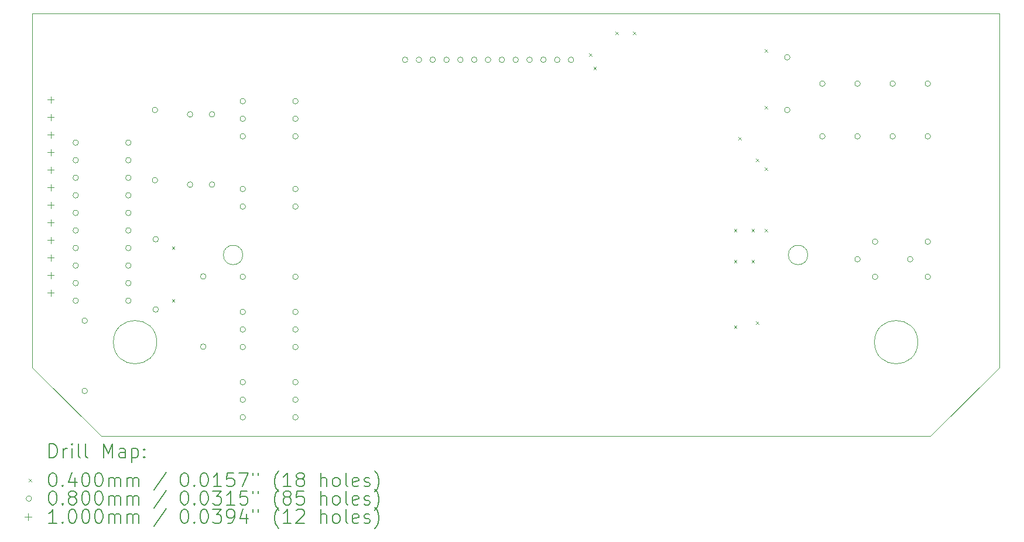
<source format=gbr>
%FSLAX45Y45*%
G04 Gerber Fmt 4.5, Leading zero omitted, Abs format (unit mm)*
G04 Created by KiCad (PCBNEW (6.0.0)) date 2022-03-13 17:55:17*
%MOMM*%
%LPD*%
G01*
G04 APERTURE LIST*
%TA.AperFunction,Profile*%
%ADD10C,0.100000*%
%TD*%
%ADD11C,0.200000*%
%ADD12C,0.040000*%
%ADD13C,0.080000*%
%ADD14C,0.100000*%
G04 APERTURE END LIST*
D10*
X22294500Y-6702500D02*
X22294500Y-11823500D01*
X8307500Y-6702500D02*
X22294500Y-6702500D01*
X11356500Y-10197000D02*
G75*
G03*
X11356500Y-10197000I-140500J0D01*
G01*
X21117500Y-11458000D02*
G75*
G03*
X21117500Y-11458000I-313500J0D01*
G01*
X21294500Y-12812500D02*
X22294500Y-11823500D01*
X21294500Y-12812500D02*
X9305720Y-12812500D01*
X8307500Y-11823500D02*
X9305720Y-12812500D01*
X19526500Y-10197000D02*
G75*
G03*
X19526500Y-10197000I-140500J0D01*
G01*
X10111500Y-11458000D02*
G75*
G03*
X10111500Y-11458000I-313500J0D01*
G01*
X8307500Y-11823500D02*
X8307500Y-6702500D01*
D11*
D12*
X10329940Y-10837940D02*
X10369940Y-10877940D01*
X10369940Y-10837940D02*
X10329940Y-10877940D01*
X10330500Y-10076500D02*
X10370500Y-10116500D01*
X10370500Y-10076500D02*
X10330500Y-10116500D01*
X16363000Y-7282500D02*
X16403000Y-7322500D01*
X16403000Y-7282500D02*
X16363000Y-7322500D01*
X16426500Y-7473000D02*
X16466500Y-7513000D01*
X16466500Y-7473000D02*
X16426500Y-7513000D01*
X16744000Y-6965000D02*
X16784000Y-7005000D01*
X16784000Y-6965000D02*
X16744000Y-7005000D01*
X16998000Y-6965000D02*
X17038000Y-7005000D01*
X17038000Y-6965000D02*
X16998000Y-7005000D01*
X18458500Y-9822500D02*
X18498500Y-9862500D01*
X18498500Y-9822500D02*
X18458500Y-9862500D01*
X18458500Y-10267000D02*
X18498500Y-10307000D01*
X18498500Y-10267000D02*
X18458500Y-10307000D01*
X18458500Y-11219500D02*
X18498500Y-11259500D01*
X18498500Y-11219500D02*
X18458500Y-11259500D01*
X18522000Y-8489000D02*
X18562000Y-8529000D01*
X18562000Y-8489000D02*
X18522000Y-8529000D01*
X18712500Y-9822500D02*
X18752500Y-9862500D01*
X18752500Y-9822500D02*
X18712500Y-9862500D01*
X18712500Y-10267000D02*
X18752500Y-10307000D01*
X18752500Y-10267000D02*
X18712500Y-10307000D01*
X18776000Y-8806500D02*
X18816000Y-8846500D01*
X18816000Y-8806500D02*
X18776000Y-8846500D01*
X18776000Y-11156000D02*
X18816000Y-11196000D01*
X18816000Y-11156000D02*
X18776000Y-11196000D01*
X18903000Y-7219000D02*
X18943000Y-7259000D01*
X18943000Y-7219000D02*
X18903000Y-7259000D01*
X18903000Y-8044500D02*
X18943000Y-8084500D01*
X18943000Y-8044500D02*
X18903000Y-8084500D01*
X18903000Y-8933500D02*
X18943000Y-8973500D01*
X18943000Y-8933500D02*
X18903000Y-8973500D01*
X18903000Y-9822500D02*
X18943000Y-9862500D01*
X18943000Y-9822500D02*
X18903000Y-9862500D01*
D13*
X8979960Y-8571940D02*
G75*
G03*
X8979960Y-8571940I-40000J0D01*
G01*
X8979960Y-8825940D02*
G75*
G03*
X8979960Y-8825940I-40000J0D01*
G01*
X8979960Y-9079940D02*
G75*
G03*
X8979960Y-9079940I-40000J0D01*
G01*
X8979960Y-9333940D02*
G75*
G03*
X8979960Y-9333940I-40000J0D01*
G01*
X8979960Y-9587940D02*
G75*
G03*
X8979960Y-9587940I-40000J0D01*
G01*
X8979960Y-9841940D02*
G75*
G03*
X8979960Y-9841940I-40000J0D01*
G01*
X8979960Y-10095940D02*
G75*
G03*
X8979960Y-10095940I-40000J0D01*
G01*
X8979960Y-10349940D02*
G75*
G03*
X8979960Y-10349940I-40000J0D01*
G01*
X8979960Y-10603940D02*
G75*
G03*
X8979960Y-10603940I-40000J0D01*
G01*
X8979960Y-10857940D02*
G75*
G03*
X8979960Y-10857940I-40000J0D01*
G01*
X9109500Y-11147500D02*
G75*
G03*
X9109500Y-11147500I-40000J0D01*
G01*
X9109500Y-12163500D02*
G75*
G03*
X9109500Y-12163500I-40000J0D01*
G01*
X9741960Y-8571940D02*
G75*
G03*
X9741960Y-8571940I-40000J0D01*
G01*
X9741960Y-8825940D02*
G75*
G03*
X9741960Y-8825940I-40000J0D01*
G01*
X9741960Y-9079940D02*
G75*
G03*
X9741960Y-9079940I-40000J0D01*
G01*
X9741960Y-9333940D02*
G75*
G03*
X9741960Y-9333940I-40000J0D01*
G01*
X9741960Y-9587940D02*
G75*
G03*
X9741960Y-9587940I-40000J0D01*
G01*
X9741960Y-9841940D02*
G75*
G03*
X9741960Y-9841940I-40000J0D01*
G01*
X9741960Y-10095940D02*
G75*
G03*
X9741960Y-10095940I-40000J0D01*
G01*
X9741960Y-10349940D02*
G75*
G03*
X9741960Y-10349940I-40000J0D01*
G01*
X9741960Y-10603940D02*
G75*
G03*
X9741960Y-10603940I-40000J0D01*
G01*
X9741960Y-10857940D02*
G75*
G03*
X9741960Y-10857940I-40000J0D01*
G01*
X10125500Y-8099500D02*
G75*
G03*
X10125500Y-8099500I-40000J0D01*
G01*
X10125500Y-9115500D02*
G75*
G03*
X10125500Y-9115500I-40000J0D01*
G01*
X10136500Y-9969500D02*
G75*
G03*
X10136500Y-9969500I-40000J0D01*
G01*
X10136500Y-10985500D02*
G75*
G03*
X10136500Y-10985500I-40000J0D01*
G01*
X10633500Y-8163000D02*
G75*
G03*
X10633500Y-8163000I-40000J0D01*
G01*
X10633500Y-9179000D02*
G75*
G03*
X10633500Y-9179000I-40000J0D01*
G01*
X10824000Y-10507120D02*
G75*
G03*
X10824000Y-10507120I-40000J0D01*
G01*
X10824000Y-11523120D02*
G75*
G03*
X10824000Y-11523120I-40000J0D01*
G01*
X10951000Y-8163000D02*
G75*
G03*
X10951000Y-8163000I-40000J0D01*
G01*
X10951000Y-9179000D02*
G75*
G03*
X10951000Y-9179000I-40000J0D01*
G01*
X11395500Y-7972500D02*
G75*
G03*
X11395500Y-7972500I-40000J0D01*
G01*
X11395500Y-8226500D02*
G75*
G03*
X11395500Y-8226500I-40000J0D01*
G01*
X11395500Y-8480500D02*
G75*
G03*
X11395500Y-8480500I-40000J0D01*
G01*
X11395500Y-9242500D02*
G75*
G03*
X11395500Y-9242500I-40000J0D01*
G01*
X11395500Y-9496500D02*
G75*
G03*
X11395500Y-9496500I-40000J0D01*
G01*
X11395500Y-10512500D02*
G75*
G03*
X11395500Y-10512500I-40000J0D01*
G01*
X11395500Y-11020500D02*
G75*
G03*
X11395500Y-11020500I-40000J0D01*
G01*
X11395500Y-11274500D02*
G75*
G03*
X11395500Y-11274500I-40000J0D01*
G01*
X11395500Y-11528500D02*
G75*
G03*
X11395500Y-11528500I-40000J0D01*
G01*
X11395500Y-12036500D02*
G75*
G03*
X11395500Y-12036500I-40000J0D01*
G01*
X11395500Y-12290500D02*
G75*
G03*
X11395500Y-12290500I-40000J0D01*
G01*
X11395500Y-12544500D02*
G75*
G03*
X11395500Y-12544500I-40000J0D01*
G01*
X12157500Y-7972500D02*
G75*
G03*
X12157500Y-7972500I-40000J0D01*
G01*
X12157500Y-8226500D02*
G75*
G03*
X12157500Y-8226500I-40000J0D01*
G01*
X12157500Y-8480500D02*
G75*
G03*
X12157500Y-8480500I-40000J0D01*
G01*
X12157500Y-9242500D02*
G75*
G03*
X12157500Y-9242500I-40000J0D01*
G01*
X12157500Y-9496500D02*
G75*
G03*
X12157500Y-9496500I-40000J0D01*
G01*
X12157500Y-10512500D02*
G75*
G03*
X12157500Y-10512500I-40000J0D01*
G01*
X12157500Y-11020500D02*
G75*
G03*
X12157500Y-11020500I-40000J0D01*
G01*
X12157500Y-11274500D02*
G75*
G03*
X12157500Y-11274500I-40000J0D01*
G01*
X12157500Y-11528500D02*
G75*
G03*
X12157500Y-11528500I-40000J0D01*
G01*
X12157500Y-12036500D02*
G75*
G03*
X12157500Y-12036500I-40000J0D01*
G01*
X12157500Y-12290500D02*
G75*
G03*
X12157500Y-12290500I-40000J0D01*
G01*
X12157500Y-12544500D02*
G75*
G03*
X12157500Y-12544500I-40000J0D01*
G01*
X13742500Y-7373500D02*
G75*
G03*
X13742500Y-7373500I-40000J0D01*
G01*
X13942500Y-7373500D02*
G75*
G03*
X13942500Y-7373500I-40000J0D01*
G01*
X14142500Y-7373500D02*
G75*
G03*
X14142500Y-7373500I-40000J0D01*
G01*
X14342500Y-7373500D02*
G75*
G03*
X14342500Y-7373500I-40000J0D01*
G01*
X14542500Y-7373500D02*
G75*
G03*
X14542500Y-7373500I-40000J0D01*
G01*
X14742500Y-7373500D02*
G75*
G03*
X14742500Y-7373500I-40000J0D01*
G01*
X14942500Y-7373500D02*
G75*
G03*
X14942500Y-7373500I-40000J0D01*
G01*
X15142500Y-7373500D02*
G75*
G03*
X15142500Y-7373500I-40000J0D01*
G01*
X15342500Y-7373500D02*
G75*
G03*
X15342500Y-7373500I-40000J0D01*
G01*
X15542500Y-7373500D02*
G75*
G03*
X15542500Y-7373500I-40000J0D01*
G01*
X15742500Y-7373500D02*
G75*
G03*
X15742500Y-7373500I-40000J0D01*
G01*
X15942500Y-7373500D02*
G75*
G03*
X15942500Y-7373500I-40000J0D01*
G01*
X16142500Y-7373500D02*
G75*
G03*
X16142500Y-7373500I-40000J0D01*
G01*
X19269500Y-7337500D02*
G75*
G03*
X19269500Y-7337500I-40000J0D01*
G01*
X19269500Y-8099500D02*
G75*
G03*
X19269500Y-8099500I-40000J0D01*
G01*
X19777500Y-7718500D02*
G75*
G03*
X19777500Y-7718500I-40000J0D01*
G01*
X19777500Y-8480500D02*
G75*
G03*
X19777500Y-8480500I-40000J0D01*
G01*
X20285500Y-7718500D02*
G75*
G03*
X20285500Y-7718500I-40000J0D01*
G01*
X20285500Y-8480500D02*
G75*
G03*
X20285500Y-8480500I-40000J0D01*
G01*
X20285500Y-10258500D02*
G75*
G03*
X20285500Y-10258500I-40000J0D01*
G01*
X20539500Y-10004500D02*
G75*
G03*
X20539500Y-10004500I-40000J0D01*
G01*
X20539500Y-10512500D02*
G75*
G03*
X20539500Y-10512500I-40000J0D01*
G01*
X20793500Y-7718500D02*
G75*
G03*
X20793500Y-7718500I-40000J0D01*
G01*
X20793500Y-8480500D02*
G75*
G03*
X20793500Y-8480500I-40000J0D01*
G01*
X21047500Y-10258500D02*
G75*
G03*
X21047500Y-10258500I-40000J0D01*
G01*
X21301500Y-7718500D02*
G75*
G03*
X21301500Y-7718500I-40000J0D01*
G01*
X21301500Y-8480500D02*
G75*
G03*
X21301500Y-8480500I-40000J0D01*
G01*
X21301500Y-10004500D02*
G75*
G03*
X21301500Y-10004500I-40000J0D01*
G01*
X21301500Y-10512500D02*
G75*
G03*
X21301500Y-10512500I-40000J0D01*
G01*
D14*
X8577500Y-7901500D02*
X8577500Y-8001500D01*
X8527500Y-7951500D02*
X8627500Y-7951500D01*
X8577500Y-8155500D02*
X8577500Y-8255500D01*
X8527500Y-8205500D02*
X8627500Y-8205500D01*
X8577500Y-8409500D02*
X8577500Y-8509500D01*
X8527500Y-8459500D02*
X8627500Y-8459500D01*
X8577500Y-8663500D02*
X8577500Y-8763500D01*
X8527500Y-8713500D02*
X8627500Y-8713500D01*
X8577500Y-8917500D02*
X8577500Y-9017500D01*
X8527500Y-8967500D02*
X8627500Y-8967500D01*
X8577500Y-9171500D02*
X8577500Y-9271500D01*
X8527500Y-9221500D02*
X8627500Y-9221500D01*
X8577500Y-9425500D02*
X8577500Y-9525500D01*
X8527500Y-9475500D02*
X8627500Y-9475500D01*
X8577500Y-9679500D02*
X8577500Y-9779500D01*
X8527500Y-9729500D02*
X8627500Y-9729500D01*
X8577500Y-9933500D02*
X8577500Y-10033500D01*
X8527500Y-9983500D02*
X8627500Y-9983500D01*
X8577500Y-10187500D02*
X8577500Y-10287500D01*
X8527500Y-10237500D02*
X8627500Y-10237500D01*
X8577500Y-10441500D02*
X8577500Y-10541500D01*
X8527500Y-10491500D02*
X8627500Y-10491500D01*
X8577500Y-10695500D02*
X8577500Y-10795500D01*
X8527500Y-10745500D02*
X8627500Y-10745500D01*
D11*
X8560119Y-13127976D02*
X8560119Y-12927976D01*
X8607738Y-12927976D01*
X8636310Y-12937500D01*
X8655357Y-12956548D01*
X8664881Y-12975595D01*
X8674405Y-13013690D01*
X8674405Y-13042262D01*
X8664881Y-13080357D01*
X8655357Y-13099405D01*
X8636310Y-13118452D01*
X8607738Y-13127976D01*
X8560119Y-13127976D01*
X8760119Y-13127976D02*
X8760119Y-12994643D01*
X8760119Y-13032738D02*
X8769643Y-13013690D01*
X8779167Y-13004167D01*
X8798214Y-12994643D01*
X8817262Y-12994643D01*
X8883929Y-13127976D02*
X8883929Y-12994643D01*
X8883929Y-12927976D02*
X8874405Y-12937500D01*
X8883929Y-12947024D01*
X8893452Y-12937500D01*
X8883929Y-12927976D01*
X8883929Y-12947024D01*
X9007738Y-13127976D02*
X8988690Y-13118452D01*
X8979167Y-13099405D01*
X8979167Y-12927976D01*
X9112500Y-13127976D02*
X9093452Y-13118452D01*
X9083929Y-13099405D01*
X9083929Y-12927976D01*
X9341071Y-13127976D02*
X9341071Y-12927976D01*
X9407738Y-13070833D01*
X9474405Y-12927976D01*
X9474405Y-13127976D01*
X9655357Y-13127976D02*
X9655357Y-13023214D01*
X9645833Y-13004167D01*
X9626786Y-12994643D01*
X9588690Y-12994643D01*
X9569643Y-13004167D01*
X9655357Y-13118452D02*
X9636310Y-13127976D01*
X9588690Y-13127976D01*
X9569643Y-13118452D01*
X9560119Y-13099405D01*
X9560119Y-13080357D01*
X9569643Y-13061309D01*
X9588690Y-13051786D01*
X9636310Y-13051786D01*
X9655357Y-13042262D01*
X9750595Y-12994643D02*
X9750595Y-13194643D01*
X9750595Y-13004167D02*
X9769643Y-12994643D01*
X9807738Y-12994643D01*
X9826786Y-13004167D01*
X9836310Y-13013690D01*
X9845833Y-13032738D01*
X9845833Y-13089881D01*
X9836310Y-13108928D01*
X9826786Y-13118452D01*
X9807738Y-13127976D01*
X9769643Y-13127976D01*
X9750595Y-13118452D01*
X9931548Y-13108928D02*
X9941071Y-13118452D01*
X9931548Y-13127976D01*
X9922024Y-13118452D01*
X9931548Y-13108928D01*
X9931548Y-13127976D01*
X9931548Y-13004167D02*
X9941071Y-13013690D01*
X9931548Y-13023214D01*
X9922024Y-13013690D01*
X9931548Y-13004167D01*
X9931548Y-13023214D01*
D12*
X8262500Y-13437500D02*
X8302500Y-13477500D01*
X8302500Y-13437500D02*
X8262500Y-13477500D01*
D11*
X8598214Y-13347976D02*
X8617262Y-13347976D01*
X8636310Y-13357500D01*
X8645833Y-13367024D01*
X8655357Y-13386071D01*
X8664881Y-13424167D01*
X8664881Y-13471786D01*
X8655357Y-13509881D01*
X8645833Y-13528928D01*
X8636310Y-13538452D01*
X8617262Y-13547976D01*
X8598214Y-13547976D01*
X8579167Y-13538452D01*
X8569643Y-13528928D01*
X8560119Y-13509881D01*
X8550595Y-13471786D01*
X8550595Y-13424167D01*
X8560119Y-13386071D01*
X8569643Y-13367024D01*
X8579167Y-13357500D01*
X8598214Y-13347976D01*
X8750595Y-13528928D02*
X8760119Y-13538452D01*
X8750595Y-13547976D01*
X8741071Y-13538452D01*
X8750595Y-13528928D01*
X8750595Y-13547976D01*
X8931548Y-13414643D02*
X8931548Y-13547976D01*
X8883929Y-13338452D02*
X8836310Y-13481309D01*
X8960119Y-13481309D01*
X9074405Y-13347976D02*
X9093452Y-13347976D01*
X9112500Y-13357500D01*
X9122024Y-13367024D01*
X9131548Y-13386071D01*
X9141071Y-13424167D01*
X9141071Y-13471786D01*
X9131548Y-13509881D01*
X9122024Y-13528928D01*
X9112500Y-13538452D01*
X9093452Y-13547976D01*
X9074405Y-13547976D01*
X9055357Y-13538452D01*
X9045833Y-13528928D01*
X9036310Y-13509881D01*
X9026786Y-13471786D01*
X9026786Y-13424167D01*
X9036310Y-13386071D01*
X9045833Y-13367024D01*
X9055357Y-13357500D01*
X9074405Y-13347976D01*
X9264881Y-13347976D02*
X9283929Y-13347976D01*
X9302976Y-13357500D01*
X9312500Y-13367024D01*
X9322024Y-13386071D01*
X9331548Y-13424167D01*
X9331548Y-13471786D01*
X9322024Y-13509881D01*
X9312500Y-13528928D01*
X9302976Y-13538452D01*
X9283929Y-13547976D01*
X9264881Y-13547976D01*
X9245833Y-13538452D01*
X9236310Y-13528928D01*
X9226786Y-13509881D01*
X9217262Y-13471786D01*
X9217262Y-13424167D01*
X9226786Y-13386071D01*
X9236310Y-13367024D01*
X9245833Y-13357500D01*
X9264881Y-13347976D01*
X9417262Y-13547976D02*
X9417262Y-13414643D01*
X9417262Y-13433690D02*
X9426786Y-13424167D01*
X9445833Y-13414643D01*
X9474405Y-13414643D01*
X9493452Y-13424167D01*
X9502976Y-13443214D01*
X9502976Y-13547976D01*
X9502976Y-13443214D02*
X9512500Y-13424167D01*
X9531548Y-13414643D01*
X9560119Y-13414643D01*
X9579167Y-13424167D01*
X9588690Y-13443214D01*
X9588690Y-13547976D01*
X9683929Y-13547976D02*
X9683929Y-13414643D01*
X9683929Y-13433690D02*
X9693452Y-13424167D01*
X9712500Y-13414643D01*
X9741071Y-13414643D01*
X9760119Y-13424167D01*
X9769643Y-13443214D01*
X9769643Y-13547976D01*
X9769643Y-13443214D02*
X9779167Y-13424167D01*
X9798214Y-13414643D01*
X9826786Y-13414643D01*
X9845833Y-13424167D01*
X9855357Y-13443214D01*
X9855357Y-13547976D01*
X10245833Y-13338452D02*
X10074405Y-13595595D01*
X10502976Y-13347976D02*
X10522024Y-13347976D01*
X10541071Y-13357500D01*
X10550595Y-13367024D01*
X10560119Y-13386071D01*
X10569643Y-13424167D01*
X10569643Y-13471786D01*
X10560119Y-13509881D01*
X10550595Y-13528928D01*
X10541071Y-13538452D01*
X10522024Y-13547976D01*
X10502976Y-13547976D01*
X10483929Y-13538452D01*
X10474405Y-13528928D01*
X10464881Y-13509881D01*
X10455357Y-13471786D01*
X10455357Y-13424167D01*
X10464881Y-13386071D01*
X10474405Y-13367024D01*
X10483929Y-13357500D01*
X10502976Y-13347976D01*
X10655357Y-13528928D02*
X10664881Y-13538452D01*
X10655357Y-13547976D01*
X10645833Y-13538452D01*
X10655357Y-13528928D01*
X10655357Y-13547976D01*
X10788690Y-13347976D02*
X10807738Y-13347976D01*
X10826786Y-13357500D01*
X10836310Y-13367024D01*
X10845833Y-13386071D01*
X10855357Y-13424167D01*
X10855357Y-13471786D01*
X10845833Y-13509881D01*
X10836310Y-13528928D01*
X10826786Y-13538452D01*
X10807738Y-13547976D01*
X10788690Y-13547976D01*
X10769643Y-13538452D01*
X10760119Y-13528928D01*
X10750595Y-13509881D01*
X10741071Y-13471786D01*
X10741071Y-13424167D01*
X10750595Y-13386071D01*
X10760119Y-13367024D01*
X10769643Y-13357500D01*
X10788690Y-13347976D01*
X11045833Y-13547976D02*
X10931548Y-13547976D01*
X10988690Y-13547976D02*
X10988690Y-13347976D01*
X10969643Y-13376548D01*
X10950595Y-13395595D01*
X10931548Y-13405119D01*
X11226786Y-13347976D02*
X11131548Y-13347976D01*
X11122024Y-13443214D01*
X11131548Y-13433690D01*
X11150595Y-13424167D01*
X11198214Y-13424167D01*
X11217262Y-13433690D01*
X11226786Y-13443214D01*
X11236309Y-13462262D01*
X11236309Y-13509881D01*
X11226786Y-13528928D01*
X11217262Y-13538452D01*
X11198214Y-13547976D01*
X11150595Y-13547976D01*
X11131548Y-13538452D01*
X11122024Y-13528928D01*
X11302976Y-13347976D02*
X11436309Y-13347976D01*
X11350595Y-13547976D01*
X11502976Y-13347976D02*
X11502976Y-13386071D01*
X11579167Y-13347976D02*
X11579167Y-13386071D01*
X11874405Y-13624167D02*
X11864881Y-13614643D01*
X11845833Y-13586071D01*
X11836309Y-13567024D01*
X11826786Y-13538452D01*
X11817262Y-13490833D01*
X11817262Y-13452738D01*
X11826786Y-13405119D01*
X11836309Y-13376548D01*
X11845833Y-13357500D01*
X11864881Y-13328928D01*
X11874405Y-13319405D01*
X12055357Y-13547976D02*
X11941071Y-13547976D01*
X11998214Y-13547976D02*
X11998214Y-13347976D01*
X11979167Y-13376548D01*
X11960119Y-13395595D01*
X11941071Y-13405119D01*
X12169643Y-13433690D02*
X12150595Y-13424167D01*
X12141071Y-13414643D01*
X12131548Y-13395595D01*
X12131548Y-13386071D01*
X12141071Y-13367024D01*
X12150595Y-13357500D01*
X12169643Y-13347976D01*
X12207738Y-13347976D01*
X12226786Y-13357500D01*
X12236309Y-13367024D01*
X12245833Y-13386071D01*
X12245833Y-13395595D01*
X12236309Y-13414643D01*
X12226786Y-13424167D01*
X12207738Y-13433690D01*
X12169643Y-13433690D01*
X12150595Y-13443214D01*
X12141071Y-13452738D01*
X12131548Y-13471786D01*
X12131548Y-13509881D01*
X12141071Y-13528928D01*
X12150595Y-13538452D01*
X12169643Y-13547976D01*
X12207738Y-13547976D01*
X12226786Y-13538452D01*
X12236309Y-13528928D01*
X12245833Y-13509881D01*
X12245833Y-13471786D01*
X12236309Y-13452738D01*
X12226786Y-13443214D01*
X12207738Y-13433690D01*
X12483928Y-13547976D02*
X12483928Y-13347976D01*
X12569643Y-13547976D02*
X12569643Y-13443214D01*
X12560119Y-13424167D01*
X12541071Y-13414643D01*
X12512500Y-13414643D01*
X12493452Y-13424167D01*
X12483928Y-13433690D01*
X12693452Y-13547976D02*
X12674405Y-13538452D01*
X12664881Y-13528928D01*
X12655357Y-13509881D01*
X12655357Y-13452738D01*
X12664881Y-13433690D01*
X12674405Y-13424167D01*
X12693452Y-13414643D01*
X12722024Y-13414643D01*
X12741071Y-13424167D01*
X12750595Y-13433690D01*
X12760119Y-13452738D01*
X12760119Y-13509881D01*
X12750595Y-13528928D01*
X12741071Y-13538452D01*
X12722024Y-13547976D01*
X12693452Y-13547976D01*
X12874405Y-13547976D02*
X12855357Y-13538452D01*
X12845833Y-13519405D01*
X12845833Y-13347976D01*
X13026786Y-13538452D02*
X13007738Y-13547976D01*
X12969643Y-13547976D01*
X12950595Y-13538452D01*
X12941071Y-13519405D01*
X12941071Y-13443214D01*
X12950595Y-13424167D01*
X12969643Y-13414643D01*
X13007738Y-13414643D01*
X13026786Y-13424167D01*
X13036309Y-13443214D01*
X13036309Y-13462262D01*
X12941071Y-13481309D01*
X13112500Y-13538452D02*
X13131548Y-13547976D01*
X13169643Y-13547976D01*
X13188690Y-13538452D01*
X13198214Y-13519405D01*
X13198214Y-13509881D01*
X13188690Y-13490833D01*
X13169643Y-13481309D01*
X13141071Y-13481309D01*
X13122024Y-13471786D01*
X13112500Y-13452738D01*
X13112500Y-13443214D01*
X13122024Y-13424167D01*
X13141071Y-13414643D01*
X13169643Y-13414643D01*
X13188690Y-13424167D01*
X13264881Y-13624167D02*
X13274405Y-13614643D01*
X13293452Y-13586071D01*
X13302976Y-13567024D01*
X13312500Y-13538452D01*
X13322024Y-13490833D01*
X13322024Y-13452738D01*
X13312500Y-13405119D01*
X13302976Y-13376548D01*
X13293452Y-13357500D01*
X13274405Y-13328928D01*
X13264881Y-13319405D01*
D13*
X8302500Y-13721500D02*
G75*
G03*
X8302500Y-13721500I-40000J0D01*
G01*
D11*
X8598214Y-13611976D02*
X8617262Y-13611976D01*
X8636310Y-13621500D01*
X8645833Y-13631024D01*
X8655357Y-13650071D01*
X8664881Y-13688167D01*
X8664881Y-13735786D01*
X8655357Y-13773881D01*
X8645833Y-13792928D01*
X8636310Y-13802452D01*
X8617262Y-13811976D01*
X8598214Y-13811976D01*
X8579167Y-13802452D01*
X8569643Y-13792928D01*
X8560119Y-13773881D01*
X8550595Y-13735786D01*
X8550595Y-13688167D01*
X8560119Y-13650071D01*
X8569643Y-13631024D01*
X8579167Y-13621500D01*
X8598214Y-13611976D01*
X8750595Y-13792928D02*
X8760119Y-13802452D01*
X8750595Y-13811976D01*
X8741071Y-13802452D01*
X8750595Y-13792928D01*
X8750595Y-13811976D01*
X8874405Y-13697690D02*
X8855357Y-13688167D01*
X8845833Y-13678643D01*
X8836310Y-13659595D01*
X8836310Y-13650071D01*
X8845833Y-13631024D01*
X8855357Y-13621500D01*
X8874405Y-13611976D01*
X8912500Y-13611976D01*
X8931548Y-13621500D01*
X8941071Y-13631024D01*
X8950595Y-13650071D01*
X8950595Y-13659595D01*
X8941071Y-13678643D01*
X8931548Y-13688167D01*
X8912500Y-13697690D01*
X8874405Y-13697690D01*
X8855357Y-13707214D01*
X8845833Y-13716738D01*
X8836310Y-13735786D01*
X8836310Y-13773881D01*
X8845833Y-13792928D01*
X8855357Y-13802452D01*
X8874405Y-13811976D01*
X8912500Y-13811976D01*
X8931548Y-13802452D01*
X8941071Y-13792928D01*
X8950595Y-13773881D01*
X8950595Y-13735786D01*
X8941071Y-13716738D01*
X8931548Y-13707214D01*
X8912500Y-13697690D01*
X9074405Y-13611976D02*
X9093452Y-13611976D01*
X9112500Y-13621500D01*
X9122024Y-13631024D01*
X9131548Y-13650071D01*
X9141071Y-13688167D01*
X9141071Y-13735786D01*
X9131548Y-13773881D01*
X9122024Y-13792928D01*
X9112500Y-13802452D01*
X9093452Y-13811976D01*
X9074405Y-13811976D01*
X9055357Y-13802452D01*
X9045833Y-13792928D01*
X9036310Y-13773881D01*
X9026786Y-13735786D01*
X9026786Y-13688167D01*
X9036310Y-13650071D01*
X9045833Y-13631024D01*
X9055357Y-13621500D01*
X9074405Y-13611976D01*
X9264881Y-13611976D02*
X9283929Y-13611976D01*
X9302976Y-13621500D01*
X9312500Y-13631024D01*
X9322024Y-13650071D01*
X9331548Y-13688167D01*
X9331548Y-13735786D01*
X9322024Y-13773881D01*
X9312500Y-13792928D01*
X9302976Y-13802452D01*
X9283929Y-13811976D01*
X9264881Y-13811976D01*
X9245833Y-13802452D01*
X9236310Y-13792928D01*
X9226786Y-13773881D01*
X9217262Y-13735786D01*
X9217262Y-13688167D01*
X9226786Y-13650071D01*
X9236310Y-13631024D01*
X9245833Y-13621500D01*
X9264881Y-13611976D01*
X9417262Y-13811976D02*
X9417262Y-13678643D01*
X9417262Y-13697690D02*
X9426786Y-13688167D01*
X9445833Y-13678643D01*
X9474405Y-13678643D01*
X9493452Y-13688167D01*
X9502976Y-13707214D01*
X9502976Y-13811976D01*
X9502976Y-13707214D02*
X9512500Y-13688167D01*
X9531548Y-13678643D01*
X9560119Y-13678643D01*
X9579167Y-13688167D01*
X9588690Y-13707214D01*
X9588690Y-13811976D01*
X9683929Y-13811976D02*
X9683929Y-13678643D01*
X9683929Y-13697690D02*
X9693452Y-13688167D01*
X9712500Y-13678643D01*
X9741071Y-13678643D01*
X9760119Y-13688167D01*
X9769643Y-13707214D01*
X9769643Y-13811976D01*
X9769643Y-13707214D02*
X9779167Y-13688167D01*
X9798214Y-13678643D01*
X9826786Y-13678643D01*
X9845833Y-13688167D01*
X9855357Y-13707214D01*
X9855357Y-13811976D01*
X10245833Y-13602452D02*
X10074405Y-13859595D01*
X10502976Y-13611976D02*
X10522024Y-13611976D01*
X10541071Y-13621500D01*
X10550595Y-13631024D01*
X10560119Y-13650071D01*
X10569643Y-13688167D01*
X10569643Y-13735786D01*
X10560119Y-13773881D01*
X10550595Y-13792928D01*
X10541071Y-13802452D01*
X10522024Y-13811976D01*
X10502976Y-13811976D01*
X10483929Y-13802452D01*
X10474405Y-13792928D01*
X10464881Y-13773881D01*
X10455357Y-13735786D01*
X10455357Y-13688167D01*
X10464881Y-13650071D01*
X10474405Y-13631024D01*
X10483929Y-13621500D01*
X10502976Y-13611976D01*
X10655357Y-13792928D02*
X10664881Y-13802452D01*
X10655357Y-13811976D01*
X10645833Y-13802452D01*
X10655357Y-13792928D01*
X10655357Y-13811976D01*
X10788690Y-13611976D02*
X10807738Y-13611976D01*
X10826786Y-13621500D01*
X10836310Y-13631024D01*
X10845833Y-13650071D01*
X10855357Y-13688167D01*
X10855357Y-13735786D01*
X10845833Y-13773881D01*
X10836310Y-13792928D01*
X10826786Y-13802452D01*
X10807738Y-13811976D01*
X10788690Y-13811976D01*
X10769643Y-13802452D01*
X10760119Y-13792928D01*
X10750595Y-13773881D01*
X10741071Y-13735786D01*
X10741071Y-13688167D01*
X10750595Y-13650071D01*
X10760119Y-13631024D01*
X10769643Y-13621500D01*
X10788690Y-13611976D01*
X10922024Y-13611976D02*
X11045833Y-13611976D01*
X10979167Y-13688167D01*
X11007738Y-13688167D01*
X11026786Y-13697690D01*
X11036310Y-13707214D01*
X11045833Y-13726262D01*
X11045833Y-13773881D01*
X11036310Y-13792928D01*
X11026786Y-13802452D01*
X11007738Y-13811976D01*
X10950595Y-13811976D01*
X10931548Y-13802452D01*
X10922024Y-13792928D01*
X11236309Y-13811976D02*
X11122024Y-13811976D01*
X11179167Y-13811976D02*
X11179167Y-13611976D01*
X11160119Y-13640548D01*
X11141071Y-13659595D01*
X11122024Y-13669119D01*
X11417262Y-13611976D02*
X11322024Y-13611976D01*
X11312500Y-13707214D01*
X11322024Y-13697690D01*
X11341071Y-13688167D01*
X11388690Y-13688167D01*
X11407738Y-13697690D01*
X11417262Y-13707214D01*
X11426786Y-13726262D01*
X11426786Y-13773881D01*
X11417262Y-13792928D01*
X11407738Y-13802452D01*
X11388690Y-13811976D01*
X11341071Y-13811976D01*
X11322024Y-13802452D01*
X11312500Y-13792928D01*
X11502976Y-13611976D02*
X11502976Y-13650071D01*
X11579167Y-13611976D02*
X11579167Y-13650071D01*
X11874405Y-13888167D02*
X11864881Y-13878643D01*
X11845833Y-13850071D01*
X11836309Y-13831024D01*
X11826786Y-13802452D01*
X11817262Y-13754833D01*
X11817262Y-13716738D01*
X11826786Y-13669119D01*
X11836309Y-13640548D01*
X11845833Y-13621500D01*
X11864881Y-13592928D01*
X11874405Y-13583405D01*
X11979167Y-13697690D02*
X11960119Y-13688167D01*
X11950595Y-13678643D01*
X11941071Y-13659595D01*
X11941071Y-13650071D01*
X11950595Y-13631024D01*
X11960119Y-13621500D01*
X11979167Y-13611976D01*
X12017262Y-13611976D01*
X12036309Y-13621500D01*
X12045833Y-13631024D01*
X12055357Y-13650071D01*
X12055357Y-13659595D01*
X12045833Y-13678643D01*
X12036309Y-13688167D01*
X12017262Y-13697690D01*
X11979167Y-13697690D01*
X11960119Y-13707214D01*
X11950595Y-13716738D01*
X11941071Y-13735786D01*
X11941071Y-13773881D01*
X11950595Y-13792928D01*
X11960119Y-13802452D01*
X11979167Y-13811976D01*
X12017262Y-13811976D01*
X12036309Y-13802452D01*
X12045833Y-13792928D01*
X12055357Y-13773881D01*
X12055357Y-13735786D01*
X12045833Y-13716738D01*
X12036309Y-13707214D01*
X12017262Y-13697690D01*
X12236309Y-13611976D02*
X12141071Y-13611976D01*
X12131548Y-13707214D01*
X12141071Y-13697690D01*
X12160119Y-13688167D01*
X12207738Y-13688167D01*
X12226786Y-13697690D01*
X12236309Y-13707214D01*
X12245833Y-13726262D01*
X12245833Y-13773881D01*
X12236309Y-13792928D01*
X12226786Y-13802452D01*
X12207738Y-13811976D01*
X12160119Y-13811976D01*
X12141071Y-13802452D01*
X12131548Y-13792928D01*
X12483928Y-13811976D02*
X12483928Y-13611976D01*
X12569643Y-13811976D02*
X12569643Y-13707214D01*
X12560119Y-13688167D01*
X12541071Y-13678643D01*
X12512500Y-13678643D01*
X12493452Y-13688167D01*
X12483928Y-13697690D01*
X12693452Y-13811976D02*
X12674405Y-13802452D01*
X12664881Y-13792928D01*
X12655357Y-13773881D01*
X12655357Y-13716738D01*
X12664881Y-13697690D01*
X12674405Y-13688167D01*
X12693452Y-13678643D01*
X12722024Y-13678643D01*
X12741071Y-13688167D01*
X12750595Y-13697690D01*
X12760119Y-13716738D01*
X12760119Y-13773881D01*
X12750595Y-13792928D01*
X12741071Y-13802452D01*
X12722024Y-13811976D01*
X12693452Y-13811976D01*
X12874405Y-13811976D02*
X12855357Y-13802452D01*
X12845833Y-13783405D01*
X12845833Y-13611976D01*
X13026786Y-13802452D02*
X13007738Y-13811976D01*
X12969643Y-13811976D01*
X12950595Y-13802452D01*
X12941071Y-13783405D01*
X12941071Y-13707214D01*
X12950595Y-13688167D01*
X12969643Y-13678643D01*
X13007738Y-13678643D01*
X13026786Y-13688167D01*
X13036309Y-13707214D01*
X13036309Y-13726262D01*
X12941071Y-13745309D01*
X13112500Y-13802452D02*
X13131548Y-13811976D01*
X13169643Y-13811976D01*
X13188690Y-13802452D01*
X13198214Y-13783405D01*
X13198214Y-13773881D01*
X13188690Y-13754833D01*
X13169643Y-13745309D01*
X13141071Y-13745309D01*
X13122024Y-13735786D01*
X13112500Y-13716738D01*
X13112500Y-13707214D01*
X13122024Y-13688167D01*
X13141071Y-13678643D01*
X13169643Y-13678643D01*
X13188690Y-13688167D01*
X13264881Y-13888167D02*
X13274405Y-13878643D01*
X13293452Y-13850071D01*
X13302976Y-13831024D01*
X13312500Y-13802452D01*
X13322024Y-13754833D01*
X13322024Y-13716738D01*
X13312500Y-13669119D01*
X13302976Y-13640548D01*
X13293452Y-13621500D01*
X13274405Y-13592928D01*
X13264881Y-13583405D01*
D14*
X8252500Y-13935500D02*
X8252500Y-14035500D01*
X8202500Y-13985500D02*
X8302500Y-13985500D01*
D11*
X8664881Y-14075976D02*
X8550595Y-14075976D01*
X8607738Y-14075976D02*
X8607738Y-13875976D01*
X8588690Y-13904548D01*
X8569643Y-13923595D01*
X8550595Y-13933119D01*
X8750595Y-14056928D02*
X8760119Y-14066452D01*
X8750595Y-14075976D01*
X8741071Y-14066452D01*
X8750595Y-14056928D01*
X8750595Y-14075976D01*
X8883929Y-13875976D02*
X8902976Y-13875976D01*
X8922024Y-13885500D01*
X8931548Y-13895024D01*
X8941071Y-13914071D01*
X8950595Y-13952167D01*
X8950595Y-13999786D01*
X8941071Y-14037881D01*
X8931548Y-14056928D01*
X8922024Y-14066452D01*
X8902976Y-14075976D01*
X8883929Y-14075976D01*
X8864881Y-14066452D01*
X8855357Y-14056928D01*
X8845833Y-14037881D01*
X8836310Y-13999786D01*
X8836310Y-13952167D01*
X8845833Y-13914071D01*
X8855357Y-13895024D01*
X8864881Y-13885500D01*
X8883929Y-13875976D01*
X9074405Y-13875976D02*
X9093452Y-13875976D01*
X9112500Y-13885500D01*
X9122024Y-13895024D01*
X9131548Y-13914071D01*
X9141071Y-13952167D01*
X9141071Y-13999786D01*
X9131548Y-14037881D01*
X9122024Y-14056928D01*
X9112500Y-14066452D01*
X9093452Y-14075976D01*
X9074405Y-14075976D01*
X9055357Y-14066452D01*
X9045833Y-14056928D01*
X9036310Y-14037881D01*
X9026786Y-13999786D01*
X9026786Y-13952167D01*
X9036310Y-13914071D01*
X9045833Y-13895024D01*
X9055357Y-13885500D01*
X9074405Y-13875976D01*
X9264881Y-13875976D02*
X9283929Y-13875976D01*
X9302976Y-13885500D01*
X9312500Y-13895024D01*
X9322024Y-13914071D01*
X9331548Y-13952167D01*
X9331548Y-13999786D01*
X9322024Y-14037881D01*
X9312500Y-14056928D01*
X9302976Y-14066452D01*
X9283929Y-14075976D01*
X9264881Y-14075976D01*
X9245833Y-14066452D01*
X9236310Y-14056928D01*
X9226786Y-14037881D01*
X9217262Y-13999786D01*
X9217262Y-13952167D01*
X9226786Y-13914071D01*
X9236310Y-13895024D01*
X9245833Y-13885500D01*
X9264881Y-13875976D01*
X9417262Y-14075976D02*
X9417262Y-13942643D01*
X9417262Y-13961690D02*
X9426786Y-13952167D01*
X9445833Y-13942643D01*
X9474405Y-13942643D01*
X9493452Y-13952167D01*
X9502976Y-13971214D01*
X9502976Y-14075976D01*
X9502976Y-13971214D02*
X9512500Y-13952167D01*
X9531548Y-13942643D01*
X9560119Y-13942643D01*
X9579167Y-13952167D01*
X9588690Y-13971214D01*
X9588690Y-14075976D01*
X9683929Y-14075976D02*
X9683929Y-13942643D01*
X9683929Y-13961690D02*
X9693452Y-13952167D01*
X9712500Y-13942643D01*
X9741071Y-13942643D01*
X9760119Y-13952167D01*
X9769643Y-13971214D01*
X9769643Y-14075976D01*
X9769643Y-13971214D02*
X9779167Y-13952167D01*
X9798214Y-13942643D01*
X9826786Y-13942643D01*
X9845833Y-13952167D01*
X9855357Y-13971214D01*
X9855357Y-14075976D01*
X10245833Y-13866452D02*
X10074405Y-14123595D01*
X10502976Y-13875976D02*
X10522024Y-13875976D01*
X10541071Y-13885500D01*
X10550595Y-13895024D01*
X10560119Y-13914071D01*
X10569643Y-13952167D01*
X10569643Y-13999786D01*
X10560119Y-14037881D01*
X10550595Y-14056928D01*
X10541071Y-14066452D01*
X10522024Y-14075976D01*
X10502976Y-14075976D01*
X10483929Y-14066452D01*
X10474405Y-14056928D01*
X10464881Y-14037881D01*
X10455357Y-13999786D01*
X10455357Y-13952167D01*
X10464881Y-13914071D01*
X10474405Y-13895024D01*
X10483929Y-13885500D01*
X10502976Y-13875976D01*
X10655357Y-14056928D02*
X10664881Y-14066452D01*
X10655357Y-14075976D01*
X10645833Y-14066452D01*
X10655357Y-14056928D01*
X10655357Y-14075976D01*
X10788690Y-13875976D02*
X10807738Y-13875976D01*
X10826786Y-13885500D01*
X10836310Y-13895024D01*
X10845833Y-13914071D01*
X10855357Y-13952167D01*
X10855357Y-13999786D01*
X10845833Y-14037881D01*
X10836310Y-14056928D01*
X10826786Y-14066452D01*
X10807738Y-14075976D01*
X10788690Y-14075976D01*
X10769643Y-14066452D01*
X10760119Y-14056928D01*
X10750595Y-14037881D01*
X10741071Y-13999786D01*
X10741071Y-13952167D01*
X10750595Y-13914071D01*
X10760119Y-13895024D01*
X10769643Y-13885500D01*
X10788690Y-13875976D01*
X10922024Y-13875976D02*
X11045833Y-13875976D01*
X10979167Y-13952167D01*
X11007738Y-13952167D01*
X11026786Y-13961690D01*
X11036310Y-13971214D01*
X11045833Y-13990262D01*
X11045833Y-14037881D01*
X11036310Y-14056928D01*
X11026786Y-14066452D01*
X11007738Y-14075976D01*
X10950595Y-14075976D01*
X10931548Y-14066452D01*
X10922024Y-14056928D01*
X11141071Y-14075976D02*
X11179167Y-14075976D01*
X11198214Y-14066452D01*
X11207738Y-14056928D01*
X11226786Y-14028357D01*
X11236309Y-13990262D01*
X11236309Y-13914071D01*
X11226786Y-13895024D01*
X11217262Y-13885500D01*
X11198214Y-13875976D01*
X11160119Y-13875976D01*
X11141071Y-13885500D01*
X11131548Y-13895024D01*
X11122024Y-13914071D01*
X11122024Y-13961690D01*
X11131548Y-13980738D01*
X11141071Y-13990262D01*
X11160119Y-13999786D01*
X11198214Y-13999786D01*
X11217262Y-13990262D01*
X11226786Y-13980738D01*
X11236309Y-13961690D01*
X11407738Y-13942643D02*
X11407738Y-14075976D01*
X11360119Y-13866452D02*
X11312500Y-14009309D01*
X11436309Y-14009309D01*
X11502976Y-13875976D02*
X11502976Y-13914071D01*
X11579167Y-13875976D02*
X11579167Y-13914071D01*
X11874405Y-14152167D02*
X11864881Y-14142643D01*
X11845833Y-14114071D01*
X11836309Y-14095024D01*
X11826786Y-14066452D01*
X11817262Y-14018833D01*
X11817262Y-13980738D01*
X11826786Y-13933119D01*
X11836309Y-13904548D01*
X11845833Y-13885500D01*
X11864881Y-13856928D01*
X11874405Y-13847405D01*
X12055357Y-14075976D02*
X11941071Y-14075976D01*
X11998214Y-14075976D02*
X11998214Y-13875976D01*
X11979167Y-13904548D01*
X11960119Y-13923595D01*
X11941071Y-13933119D01*
X12131548Y-13895024D02*
X12141071Y-13885500D01*
X12160119Y-13875976D01*
X12207738Y-13875976D01*
X12226786Y-13885500D01*
X12236309Y-13895024D01*
X12245833Y-13914071D01*
X12245833Y-13933119D01*
X12236309Y-13961690D01*
X12122024Y-14075976D01*
X12245833Y-14075976D01*
X12483928Y-14075976D02*
X12483928Y-13875976D01*
X12569643Y-14075976D02*
X12569643Y-13971214D01*
X12560119Y-13952167D01*
X12541071Y-13942643D01*
X12512500Y-13942643D01*
X12493452Y-13952167D01*
X12483928Y-13961690D01*
X12693452Y-14075976D02*
X12674405Y-14066452D01*
X12664881Y-14056928D01*
X12655357Y-14037881D01*
X12655357Y-13980738D01*
X12664881Y-13961690D01*
X12674405Y-13952167D01*
X12693452Y-13942643D01*
X12722024Y-13942643D01*
X12741071Y-13952167D01*
X12750595Y-13961690D01*
X12760119Y-13980738D01*
X12760119Y-14037881D01*
X12750595Y-14056928D01*
X12741071Y-14066452D01*
X12722024Y-14075976D01*
X12693452Y-14075976D01*
X12874405Y-14075976D02*
X12855357Y-14066452D01*
X12845833Y-14047405D01*
X12845833Y-13875976D01*
X13026786Y-14066452D02*
X13007738Y-14075976D01*
X12969643Y-14075976D01*
X12950595Y-14066452D01*
X12941071Y-14047405D01*
X12941071Y-13971214D01*
X12950595Y-13952167D01*
X12969643Y-13942643D01*
X13007738Y-13942643D01*
X13026786Y-13952167D01*
X13036309Y-13971214D01*
X13036309Y-13990262D01*
X12941071Y-14009309D01*
X13112500Y-14066452D02*
X13131548Y-14075976D01*
X13169643Y-14075976D01*
X13188690Y-14066452D01*
X13198214Y-14047405D01*
X13198214Y-14037881D01*
X13188690Y-14018833D01*
X13169643Y-14009309D01*
X13141071Y-14009309D01*
X13122024Y-13999786D01*
X13112500Y-13980738D01*
X13112500Y-13971214D01*
X13122024Y-13952167D01*
X13141071Y-13942643D01*
X13169643Y-13942643D01*
X13188690Y-13952167D01*
X13264881Y-14152167D02*
X13274405Y-14142643D01*
X13293452Y-14114071D01*
X13302976Y-14095024D01*
X13312500Y-14066452D01*
X13322024Y-14018833D01*
X13322024Y-13980738D01*
X13312500Y-13933119D01*
X13302976Y-13904548D01*
X13293452Y-13885500D01*
X13274405Y-13856928D01*
X13264881Y-13847405D01*
M02*

</source>
